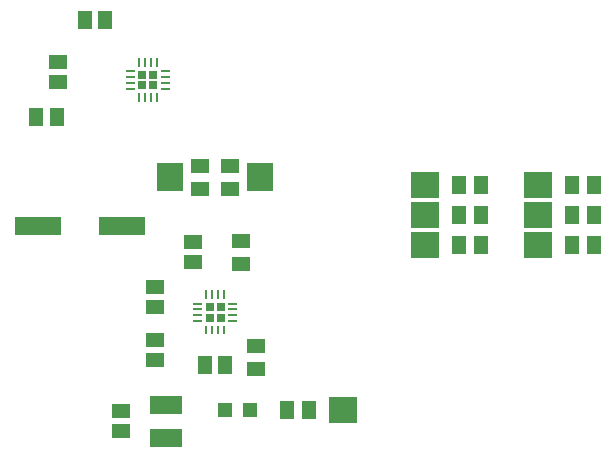
<source format=gtp>
G75*
G70*
%OFA0B0*%
%FSLAX24Y24*%
%IPPOS*%
%LPD*%
%AMOC8*
5,1,8,0,0,1.08239X$1,22.5*
%
%ADD10C,0.0098*%
%ADD11R,0.0276X0.0276*%
%ADD12R,0.0256X0.0098*%
%ADD13R,0.0098X0.0256*%
%ADD14R,0.0591X0.0512*%
%ADD15R,0.0512X0.0591*%
%ADD16R,0.0500X0.0250*%
%ADD17R,0.0900X0.0960*%
%ADD18R,0.1575X0.0630*%
%ADD19R,0.1063X0.0630*%
%ADD20R,0.0250X0.0500*%
%ADD21R,0.0960X0.0900*%
%ADD22R,0.0472X0.0472*%
D10*
X009353Y005280D03*
X009353Y005477D03*
X009353Y005673D03*
X009353Y005870D03*
X009530Y006047D03*
X009727Y006047D03*
X009923Y006047D03*
X010120Y006047D03*
X010297Y005870D03*
X010297Y005673D03*
X010297Y005477D03*
X010297Y005280D03*
X010120Y005103D03*
X009923Y005103D03*
X009727Y005103D03*
X009530Y005103D03*
X007870Y012853D03*
X007673Y012853D03*
X007477Y012853D03*
X007280Y012853D03*
X007103Y013030D03*
X007103Y013227D03*
X007103Y013423D03*
X007103Y013620D03*
X007280Y013797D03*
X007477Y013797D03*
X007673Y013797D03*
X007870Y013797D03*
X008047Y013620D03*
X008047Y013423D03*
X008047Y013227D03*
X008047Y013030D03*
D11*
X007752Y013148D03*
X007752Y013502D03*
X007398Y013502D03*
X007398Y013148D03*
X009648Y005752D03*
X010002Y005752D03*
X010002Y005398D03*
X009648Y005398D03*
D12*
X009225Y005477D03*
X009225Y005673D03*
X009225Y005870D03*
X009225Y005280D03*
X010425Y005280D03*
X010425Y005477D03*
X010425Y005673D03*
X010425Y005870D03*
X008175Y013030D03*
X008175Y013227D03*
X008175Y013423D03*
X008175Y013620D03*
X006975Y013620D03*
X006975Y013423D03*
X006975Y013227D03*
X006975Y013030D03*
D13*
X007280Y012725D03*
X007477Y012725D03*
X007673Y012725D03*
X007870Y012725D03*
X007870Y013925D03*
X007673Y013925D03*
X007477Y013925D03*
X007280Y013925D03*
X009530Y006175D03*
X009727Y006175D03*
X009923Y006175D03*
X010120Y006175D03*
X010120Y004975D03*
X009923Y004975D03*
X009727Y004975D03*
X009530Y004975D03*
D14*
X006700Y001615D03*
X006700Y002285D03*
X007825Y003990D03*
X007825Y004660D03*
X007825Y005740D03*
X007825Y006410D03*
X009075Y007240D03*
X009075Y007910D03*
X010700Y007949D03*
X010700Y007201D03*
X010325Y009701D03*
X010325Y010449D03*
X009325Y010449D03*
X009325Y009701D03*
X004575Y013240D03*
X004575Y013910D03*
X011200Y004449D03*
X011200Y003701D03*
D15*
X010160Y003825D03*
X009490Y003825D03*
X012201Y002325D03*
X012949Y002325D03*
X017951Y007825D03*
X018699Y007825D03*
X018699Y008825D03*
X017951Y008825D03*
X017951Y009825D03*
X018699Y009825D03*
X021701Y009825D03*
X022449Y009825D03*
X022449Y008825D03*
X021701Y008825D03*
X021701Y007825D03*
X022449Y007825D03*
X006160Y015325D03*
X005490Y015325D03*
X004535Y012075D03*
X003865Y012075D03*
D16*
X008325Y010237D03*
X008325Y009913D03*
X011325Y009913D03*
X011325Y010237D03*
D17*
X011325Y010075D03*
X008325Y010075D03*
D18*
X006723Y008450D03*
X003927Y008450D03*
D19*
X008200Y002501D03*
X008200Y001399D03*
D20*
X013913Y002325D03*
X014237Y002325D03*
X016663Y007825D03*
X016987Y007825D03*
X016987Y008825D03*
X016663Y008825D03*
X016663Y009825D03*
X016987Y009825D03*
X020413Y009825D03*
X020737Y009825D03*
X020737Y008825D03*
X020413Y008825D03*
X020413Y007825D03*
X020737Y007825D03*
D21*
X020575Y007825D03*
X020575Y008825D03*
X020575Y009825D03*
X016825Y009825D03*
X016825Y008825D03*
X016825Y007825D03*
X014075Y002325D03*
D22*
X010988Y002325D03*
X010162Y002325D03*
M02*

</source>
